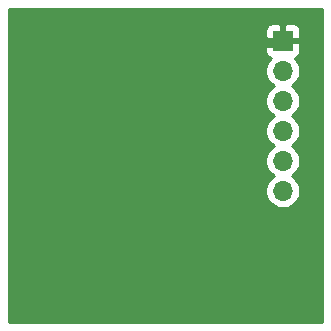
<source format=gbr>
G04 #@! TF.GenerationSoftware,KiCad,Pcbnew,(5.1.9-0-10_14)*
G04 #@! TF.CreationDate,2021-11-30T17:14:19-08:00*
G04 #@! TF.ProjectId,t44-serial,7434342d-7365-4726-9961-6c2e6b696361,rev?*
G04 #@! TF.SameCoordinates,Original*
G04 #@! TF.FileFunction,Copper,L2,Bot*
G04 #@! TF.FilePolarity,Positive*
%FSLAX46Y46*%
G04 Gerber Fmt 4.6, Leading zero omitted, Abs format (unit mm)*
G04 Created by KiCad (PCBNEW (5.1.9-0-10_14)) date 2021-11-30 17:14:19*
%MOMM*%
%LPD*%
G01*
G04 APERTURE LIST*
G04 #@! TA.AperFunction,ComponentPad*
%ADD10R,1.700000X1.700000*%
G04 #@! TD*
G04 #@! TA.AperFunction,ComponentPad*
%ADD11O,1.700000X1.700000*%
G04 #@! TD*
G04 #@! TA.AperFunction,ViaPad*
%ADD12C,1.600000*%
G04 #@! TD*
G04 #@! TA.AperFunction,Conductor*
%ADD13C,0.400000*%
G04 #@! TD*
G04 #@! TA.AperFunction,Conductor*
%ADD14C,0.254000*%
G04 #@! TD*
G04 #@! TA.AperFunction,Conductor*
%ADD15C,0.100000*%
G04 #@! TD*
G04 APERTURE END LIST*
D10*
X158508700Y-115189000D03*
D11*
X158508700Y-117729000D03*
X158508700Y-120269000D03*
X158508700Y-122809000D03*
X158508700Y-125349000D03*
X158508700Y-127889000D03*
D12*
X150075900Y-115519200D03*
X136372600Y-120256300D03*
X141693900Y-136728200D03*
D13*
X158178500Y-115519200D02*
X158508700Y-115189000D01*
X150075900Y-115519200D02*
X158178500Y-115519200D01*
X141109700Y-115519200D02*
X150075900Y-115519200D01*
X136372600Y-120256300D02*
X141109700Y-115519200D01*
X136372600Y-121387670D02*
X136372600Y-120256300D01*
X140562530Y-136728200D02*
X136372600Y-132538270D01*
X141693900Y-136728200D02*
X140562530Y-136728200D01*
X136372600Y-132538270D02*
X136372600Y-121387670D01*
D14*
X161825001Y-138965000D02*
X135355000Y-138965000D01*
X135355000Y-116039000D01*
X157020628Y-116039000D01*
X157032888Y-116163482D01*
X157069198Y-116283180D01*
X157128163Y-116393494D01*
X157207515Y-116490185D01*
X157304206Y-116569537D01*
X157414520Y-116628502D01*
X157487080Y-116650513D01*
X157355225Y-116782368D01*
X157192710Y-117025589D01*
X157080768Y-117295842D01*
X157023700Y-117582740D01*
X157023700Y-117875260D01*
X157080768Y-118162158D01*
X157192710Y-118432411D01*
X157355225Y-118675632D01*
X157562068Y-118882475D01*
X157736460Y-118999000D01*
X157562068Y-119115525D01*
X157355225Y-119322368D01*
X157192710Y-119565589D01*
X157080768Y-119835842D01*
X157023700Y-120122740D01*
X157023700Y-120415260D01*
X157080768Y-120702158D01*
X157192710Y-120972411D01*
X157355225Y-121215632D01*
X157562068Y-121422475D01*
X157736460Y-121539000D01*
X157562068Y-121655525D01*
X157355225Y-121862368D01*
X157192710Y-122105589D01*
X157080768Y-122375842D01*
X157023700Y-122662740D01*
X157023700Y-122955260D01*
X157080768Y-123242158D01*
X157192710Y-123512411D01*
X157355225Y-123755632D01*
X157562068Y-123962475D01*
X157736460Y-124079000D01*
X157562068Y-124195525D01*
X157355225Y-124402368D01*
X157192710Y-124645589D01*
X157080768Y-124915842D01*
X157023700Y-125202740D01*
X157023700Y-125495260D01*
X157080768Y-125782158D01*
X157192710Y-126052411D01*
X157355225Y-126295632D01*
X157562068Y-126502475D01*
X157736460Y-126619000D01*
X157562068Y-126735525D01*
X157355225Y-126942368D01*
X157192710Y-127185589D01*
X157080768Y-127455842D01*
X157023700Y-127742740D01*
X157023700Y-128035260D01*
X157080768Y-128322158D01*
X157192710Y-128592411D01*
X157355225Y-128835632D01*
X157562068Y-129042475D01*
X157805289Y-129204990D01*
X158075542Y-129316932D01*
X158362440Y-129374000D01*
X158654960Y-129374000D01*
X158941858Y-129316932D01*
X159212111Y-129204990D01*
X159455332Y-129042475D01*
X159662175Y-128835632D01*
X159824690Y-128592411D01*
X159936632Y-128322158D01*
X159993700Y-128035260D01*
X159993700Y-127742740D01*
X159936632Y-127455842D01*
X159824690Y-127185589D01*
X159662175Y-126942368D01*
X159455332Y-126735525D01*
X159280940Y-126619000D01*
X159455332Y-126502475D01*
X159662175Y-126295632D01*
X159824690Y-126052411D01*
X159936632Y-125782158D01*
X159993700Y-125495260D01*
X159993700Y-125202740D01*
X159936632Y-124915842D01*
X159824690Y-124645589D01*
X159662175Y-124402368D01*
X159455332Y-124195525D01*
X159280940Y-124079000D01*
X159455332Y-123962475D01*
X159662175Y-123755632D01*
X159824690Y-123512411D01*
X159936632Y-123242158D01*
X159993700Y-122955260D01*
X159993700Y-122662740D01*
X159936632Y-122375842D01*
X159824690Y-122105589D01*
X159662175Y-121862368D01*
X159455332Y-121655525D01*
X159280940Y-121539000D01*
X159455332Y-121422475D01*
X159662175Y-121215632D01*
X159824690Y-120972411D01*
X159936632Y-120702158D01*
X159993700Y-120415260D01*
X159993700Y-120122740D01*
X159936632Y-119835842D01*
X159824690Y-119565589D01*
X159662175Y-119322368D01*
X159455332Y-119115525D01*
X159280940Y-118999000D01*
X159455332Y-118882475D01*
X159662175Y-118675632D01*
X159824690Y-118432411D01*
X159936632Y-118162158D01*
X159993700Y-117875260D01*
X159993700Y-117582740D01*
X159936632Y-117295842D01*
X159824690Y-117025589D01*
X159662175Y-116782368D01*
X159530320Y-116650513D01*
X159602880Y-116628502D01*
X159713194Y-116569537D01*
X159809885Y-116490185D01*
X159889237Y-116393494D01*
X159948202Y-116283180D01*
X159984512Y-116163482D01*
X159996772Y-116039000D01*
X159993700Y-115474750D01*
X159834950Y-115316000D01*
X158635700Y-115316000D01*
X158635700Y-115336000D01*
X158381700Y-115336000D01*
X158381700Y-115316000D01*
X157182450Y-115316000D01*
X157023700Y-115474750D01*
X157020628Y-116039000D01*
X135355000Y-116039000D01*
X135355000Y-114339000D01*
X157020628Y-114339000D01*
X157023700Y-114903250D01*
X157182450Y-115062000D01*
X158381700Y-115062000D01*
X158381700Y-113862750D01*
X158635700Y-113862750D01*
X158635700Y-115062000D01*
X159834950Y-115062000D01*
X159993700Y-114903250D01*
X159996772Y-114339000D01*
X159984512Y-114214518D01*
X159948202Y-114094820D01*
X159889237Y-113984506D01*
X159809885Y-113887815D01*
X159713194Y-113808463D01*
X159602880Y-113749498D01*
X159483182Y-113713188D01*
X159358700Y-113700928D01*
X158794450Y-113704000D01*
X158635700Y-113862750D01*
X158381700Y-113862750D01*
X158222950Y-113704000D01*
X157658700Y-113700928D01*
X157534218Y-113713188D01*
X157414520Y-113749498D01*
X157304206Y-113808463D01*
X157207515Y-113887815D01*
X157128163Y-113984506D01*
X157069198Y-114094820D01*
X157032888Y-114214518D01*
X157020628Y-114339000D01*
X135355000Y-114339000D01*
X135355000Y-112495000D01*
X161825000Y-112495000D01*
X161825001Y-138965000D01*
G04 #@! TA.AperFunction,Conductor*
D15*
G36*
X161825001Y-138965000D02*
G01*
X135355000Y-138965000D01*
X135355000Y-116039000D01*
X157020628Y-116039000D01*
X157032888Y-116163482D01*
X157069198Y-116283180D01*
X157128163Y-116393494D01*
X157207515Y-116490185D01*
X157304206Y-116569537D01*
X157414520Y-116628502D01*
X157487080Y-116650513D01*
X157355225Y-116782368D01*
X157192710Y-117025589D01*
X157080768Y-117295842D01*
X157023700Y-117582740D01*
X157023700Y-117875260D01*
X157080768Y-118162158D01*
X157192710Y-118432411D01*
X157355225Y-118675632D01*
X157562068Y-118882475D01*
X157736460Y-118999000D01*
X157562068Y-119115525D01*
X157355225Y-119322368D01*
X157192710Y-119565589D01*
X157080768Y-119835842D01*
X157023700Y-120122740D01*
X157023700Y-120415260D01*
X157080768Y-120702158D01*
X157192710Y-120972411D01*
X157355225Y-121215632D01*
X157562068Y-121422475D01*
X157736460Y-121539000D01*
X157562068Y-121655525D01*
X157355225Y-121862368D01*
X157192710Y-122105589D01*
X157080768Y-122375842D01*
X157023700Y-122662740D01*
X157023700Y-122955260D01*
X157080768Y-123242158D01*
X157192710Y-123512411D01*
X157355225Y-123755632D01*
X157562068Y-123962475D01*
X157736460Y-124079000D01*
X157562068Y-124195525D01*
X157355225Y-124402368D01*
X157192710Y-124645589D01*
X157080768Y-124915842D01*
X157023700Y-125202740D01*
X157023700Y-125495260D01*
X157080768Y-125782158D01*
X157192710Y-126052411D01*
X157355225Y-126295632D01*
X157562068Y-126502475D01*
X157736460Y-126619000D01*
X157562068Y-126735525D01*
X157355225Y-126942368D01*
X157192710Y-127185589D01*
X157080768Y-127455842D01*
X157023700Y-127742740D01*
X157023700Y-128035260D01*
X157080768Y-128322158D01*
X157192710Y-128592411D01*
X157355225Y-128835632D01*
X157562068Y-129042475D01*
X157805289Y-129204990D01*
X158075542Y-129316932D01*
X158362440Y-129374000D01*
X158654960Y-129374000D01*
X158941858Y-129316932D01*
X159212111Y-129204990D01*
X159455332Y-129042475D01*
X159662175Y-128835632D01*
X159824690Y-128592411D01*
X159936632Y-128322158D01*
X159993700Y-128035260D01*
X159993700Y-127742740D01*
X159936632Y-127455842D01*
X159824690Y-127185589D01*
X159662175Y-126942368D01*
X159455332Y-126735525D01*
X159280940Y-126619000D01*
X159455332Y-126502475D01*
X159662175Y-126295632D01*
X159824690Y-126052411D01*
X159936632Y-125782158D01*
X159993700Y-125495260D01*
X159993700Y-125202740D01*
X159936632Y-124915842D01*
X159824690Y-124645589D01*
X159662175Y-124402368D01*
X159455332Y-124195525D01*
X159280940Y-124079000D01*
X159455332Y-123962475D01*
X159662175Y-123755632D01*
X159824690Y-123512411D01*
X159936632Y-123242158D01*
X159993700Y-122955260D01*
X159993700Y-122662740D01*
X159936632Y-122375842D01*
X159824690Y-122105589D01*
X159662175Y-121862368D01*
X159455332Y-121655525D01*
X159280940Y-121539000D01*
X159455332Y-121422475D01*
X159662175Y-121215632D01*
X159824690Y-120972411D01*
X159936632Y-120702158D01*
X159993700Y-120415260D01*
X159993700Y-120122740D01*
X159936632Y-119835842D01*
X159824690Y-119565589D01*
X159662175Y-119322368D01*
X159455332Y-119115525D01*
X159280940Y-118999000D01*
X159455332Y-118882475D01*
X159662175Y-118675632D01*
X159824690Y-118432411D01*
X159936632Y-118162158D01*
X159993700Y-117875260D01*
X159993700Y-117582740D01*
X159936632Y-117295842D01*
X159824690Y-117025589D01*
X159662175Y-116782368D01*
X159530320Y-116650513D01*
X159602880Y-116628502D01*
X159713194Y-116569537D01*
X159809885Y-116490185D01*
X159889237Y-116393494D01*
X159948202Y-116283180D01*
X159984512Y-116163482D01*
X159996772Y-116039000D01*
X159993700Y-115474750D01*
X159834950Y-115316000D01*
X158635700Y-115316000D01*
X158635700Y-115336000D01*
X158381700Y-115336000D01*
X158381700Y-115316000D01*
X157182450Y-115316000D01*
X157023700Y-115474750D01*
X157020628Y-116039000D01*
X135355000Y-116039000D01*
X135355000Y-114339000D01*
X157020628Y-114339000D01*
X157023700Y-114903250D01*
X157182450Y-115062000D01*
X158381700Y-115062000D01*
X158381700Y-113862750D01*
X158635700Y-113862750D01*
X158635700Y-115062000D01*
X159834950Y-115062000D01*
X159993700Y-114903250D01*
X159996772Y-114339000D01*
X159984512Y-114214518D01*
X159948202Y-114094820D01*
X159889237Y-113984506D01*
X159809885Y-113887815D01*
X159713194Y-113808463D01*
X159602880Y-113749498D01*
X159483182Y-113713188D01*
X159358700Y-113700928D01*
X158794450Y-113704000D01*
X158635700Y-113862750D01*
X158381700Y-113862750D01*
X158222950Y-113704000D01*
X157658700Y-113700928D01*
X157534218Y-113713188D01*
X157414520Y-113749498D01*
X157304206Y-113808463D01*
X157207515Y-113887815D01*
X157128163Y-113984506D01*
X157069198Y-114094820D01*
X157032888Y-114214518D01*
X157020628Y-114339000D01*
X135355000Y-114339000D01*
X135355000Y-112495000D01*
X161825000Y-112495000D01*
X161825001Y-138965000D01*
G37*
G04 #@! TD.AperFunction*
M02*

</source>
